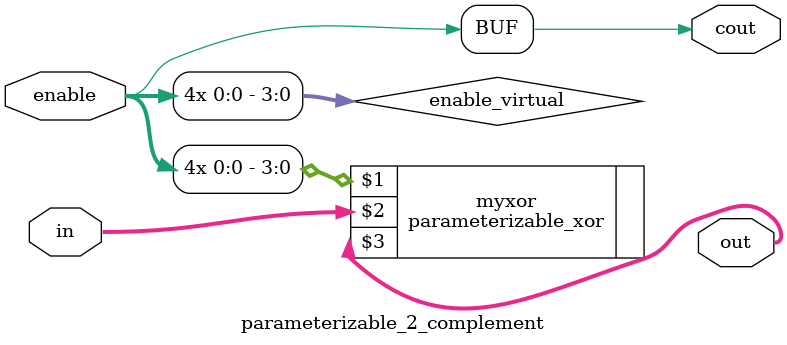
<source format=sv>
module parameterizable_2_complement #(parameter bus_size = 4) 
	(input logic[bus_size-1:0] in, input logic enable, output logic[bus_size-1:0] out, output logic cout);
	
	logic[bus_size-1:0] enable_virtual;
	genvar i;
	generate 
	

		for (i = 0; i < bus_size; i = i+1) begin:forloop
			assign enable_virtual[i] = enable;
		end
	
	endgenerate
	parameterizable_xor #(bus_size) myxor(enable_virtual,in,out);
	assign cout = enable;
	

endmodule

</source>
